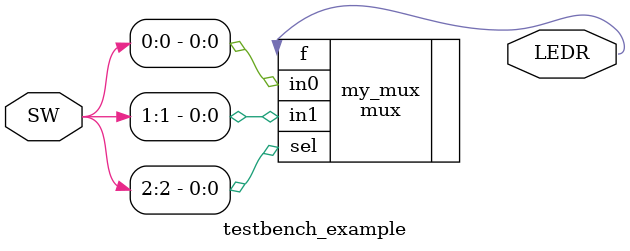
<source format=v>
/***************************************************
* File: testbench_example.v
* Author: Benjamin Morgan
* Class: EE 271
* Module: testbench_example
* Description: The top level module for the 
*
testbench
tutorial
* 
****************************************************/
module testbench_example(LEDR, SW);
output [0:0] LEDR;
input [2:0] SW;
mux my_mux(.f(LEDR[0]), .in0(SW[0]), .in1(SW[1]), .sel(SW[2]));
endmodule
</source>
